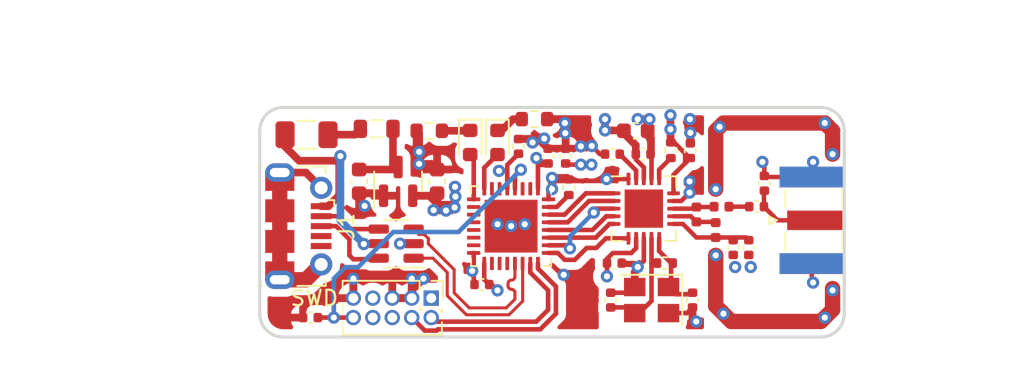
<source format=kicad_pcb>
(kicad_pcb (version 20240108) (generator "pcbnew") (generator_version "8.0")
  (layers (0 "F.Cu" signal) (1 "In1.Cu" power) (2 "In2.Cu" power) (31 "B.Cu" signal) (34 "B.Paste" user) (35 "F.Paste" user) (36 "B.SilkS" user "B.Silkscreen") (37 "F.SilkS" user "F.Silkscreen") (38 "B.Mask" user) (39 "F.Mask" user) (44 "Edge.Cuts" user))
  (net 0 "")
  (net 1 "Net-(C1-Pad1)")
  (net 2 "GND")
  (net 3 "Net-(C2-Pad1)")
  (net 4 "+3V3")
  (net 5 "NRF_XC1")
  (net 6 "NRF_VDD_PA")
  (net 7 "NRF_XC2")
  (net 8 "Net-(C12-Pad1)")
  (net 9 "Net-(C12-Pad2)")
  (net 10 "NRST")
  (net 11 "Net-(D1-Pad1)")
  (net 12 "Net-(D1-Pad2)")
  (net 13 "Net-(D2-Pad1)")
  (net 14 "Net-(D2-Pad2)")
  (net 15 "+5V")
  (net 16 "Net-(F1-Pad2)")
  (net 17 "USB_CONN_D-")
  (net 18 "USB_CONN_D+")
  (net 20 "unconnected-(J1-Pad6)")
  (net 21 "SW_DIO")
  (net 22 "SW_CLK")
  (net 26 "NRF_ANT1")
  (net 27 "Net-(R1-Pad2)")
  (net 28 "Net-(R3-Pad1)")
  (net 29 "NRF_CE")
  (net 30 "SPI_CS")
  (net 31 "SPI_SCK")
  (net 32 "SPI_MOSI")
  (net 33 "SPI_MISO")
  (net 34 "NRF_IRQ")
  (net 35 "USB_D+")
  (net 36 "USB_D-")
  (net 50 "NRF_ANT2")
  (footprint "LED_SMD:LED_0603_1608Metric" (layer "F.Cu") (at 40.894 30.48 -90)
    (property "Reference" "D2")
    (property "Value" "YE")
  )
  (footprint "Capacitor_SMD:C_0402_1005Metric" (layer "F.Cu") (at 39.878 39.751 180)
    (property "Reference" "C16")
    (property "Value" "100nF")
  )
  (footprint "Capacitor_SMD:C_0402_1005Metric" (layer "F.Cu") (at 42.2656 30.734 90)
    (property "Reference" "C15")
    (property "Value" "100nF")
  )
  (footprint "Resistor_SMD:R_0402_1005Metric" (layer "F.Cu") (at 52.1964 30.988 -90)
    (property "Reference" "R1")
    (property "Value" "22k")
  )
  (footprint "Inductor_SMD:L_0402_1005Metric" (layer "F.Cu") (at 53.8634 35.179 90)
    (property "Reference" "L1")
    (property "Value" "8n2")
  )
  (footprint "Crystal:Crystal_SMD_3225-4Pin_3.2x2.5mm" (layer "F.Cu") (at 50.9424 40.767 180)
    (property "Reference" "Y1")
    (property "Value" "16MHz")
  )
  (footprint "Resistor_SMD:R_0603_1608Metric" (layer "F.Cu") (at 36.449 29.718 180)
    (property "Reference" "R4")
    (property "Value" "2k2")
  )
  (footprint "Capacitor_SMD:C_0402_1005Metric" (layer "F.Cu") (at 58.2924 33.147 -90)
    (property "Reference" "C13")
    (property "Value" "1pF")
  )
  (footprint "Resistor_SMD:R_0603_1608Metric" (layer "F.Cu") (at 43.307 28.956)
    (property "Reference" "R5")
    (property "Value" "2k2")
  )
  (footprint "Inductor_SMD:L_0402_1005Metric" (layer "F.Cu") (at 55.4984 34.671)
    (property "Reference" "L2")
    (property "Value" "3n9")
  )
  (footprint "Capacitor_SMD:C_0402_1005Metric" (layer "F.Cu") (at 56.2604 37.338 90)
    (property "Reference" "C11")
    (property "Value" "4p7")
  )
  (footprint "Inductor_SMD:L_0805_2012Metric" (layer "F.Cu") (at 33.02 29.591)
    (property "Reference" "FB1")
    (property "Value" "100 @100MHz")
  )
  (footprint "Connector_Coaxial:SMA_Samtec_SMA-J-P-X-ST-EM1_EdgeMount" (layer "F.Cu") (at 61.3775 35.56 90)
    (property "Reference" "J2")
    (property "Value" "SMA")
  )
  (footprint "Package_DFN_QFN:QFN-20-1EP_4x4mm_P0.5mm_EP2.5x2.5mm" (layer "F.Cu") (at 50.4344 34.798)
    (property "Reference" "U2")
    (property "Value" "nRF24L01P")
  )
  (footprint "LED_SMD:LED_0603_1608Metric" (layer "F.Cu") (at 39.116 30.48 -90)
    (property "Reference" "D1")
    (property "Value" "GR")
  )
  (footprint "Capacitor_SMD:C_0402_1005Metric" (layer "F.Cu") (at 48.2754 40.767 90)
    (property "Reference" "C10")
    (property "Value" "12pF")
  )
  (footprint "Package_TO_SOT_SMD:SOT-23-6" (layer "F.Cu") (at 34.29 37.084 180)
    (property "Reference" "U3")
    (property "Value" "USBLC6-2SC6")
  )
  (footprint "Capacitor_SMD:C_0402_1005Metric" (layer "F.Cu") (at 44.196 31.369 90)
    (property "Reference" "C18")
    (property "Value" "100nF")
  )
  (footprint "Capacitor_SMD:C_0402_1005Metric" (layer "F.Cu") (at 48.5134 38.354)
    (property "Reference" "C7")
    (property "Value" "10nF")
  )
  (footprint "Capacitor_SMD:C_0402_1005Metric" (layer "F.Cu") (at 57.2764 37.338 90)
    (property "Reference" "C9")
    (property "Value" "2n2")
  )
  (footprint "Capacitor_SMD:C_0402_1005Metric" (layer "F.Cu") (at 53.4664 31.016 90)
    (property "Reference" "C6")
    (property "Value" "10nF")
  )
  (footprint "Package_TO_SOT_SMD:SOT-23" (layer "F.Cu") (at 34.417 33.02 90)
    (property "Reference" "U1")
    (property "Value" "XC6206PxxxMR")
  )
  (footprint "Inductor_SMD:L_0402_1005Metric" (layer "F.Cu") (at 55.1174 36.195 -90)
    (property "Reference" "L3")
    (property "Value" "2n7")
  )
  (footprint "Package_DFN_QFN:QFN-32-1EP_5x5mm_P0.5mm_EP3.45x3.45mm" (layer "F.Cu") (at 41.783 35.941 -90)
    (property "Reference" "U4")
    (property "Value" "STM32L432KBU6")
  )
  (footprint "Capacitor_SMD:C_0603_1608Metric" (layer "F.Cu") (at 49.9104 29.718)
    (property "Reference" "C3")
    (property "Value" "10uF")
  )
  (footprint "Resistor_SMD:R_0402_1005Metric" (layer "F.Cu") (at 45.5422 33.401 90)
    (property "Reference" "R3")
    (property "Value" "10k")
  )
  (footprint "Capacitor_SMD:C_0402_1005Metric" (layer "F.Cu") (at 53.6094 40.767 -90)
    (property "Reference" "C8")
    (property "Value" "12pF")
  )
  (footprint "Capacitor_SMD:C_0603_1608Metric" (layer "F.Cu") (at 31.877 33.02 -90)
    (property "Reference" "C2")
    (property "Value" "10uF")
  )
  (footprint "Capacitor_SMD:C_0402_1005Metric" (layer "F.Cu") (at 45.339 31.369 90)
    (property "Reference" "C14")
    (property "Value" "1uF")
  )
  (footprint "Connector_PinHeader_1.27mm:PinHeader_2x05_P1.27mm_Vertical" (layer "F.Cu") (at 36.576 40.64 -90)
    (property "Reference" "J3")
    (property "Value" "ARM 10 Pin")
  )
  (footprint "Fuse:Fuse_1206_3216Metric" (layer "F.Cu") (at 28.448 29.972)
    (property "Reference" "F1")
    (property "Value" "Fuse_Small")
  )
  (footprint "Resistor_SMD:R_0402_1005Metric" (layer "F.Cu") (at 51.8154 38.354 180)
    (property "Reference" "R2")
    (property "Value" "1M")
  )
  (footprint "Capacitor_SMD:C_0402_1005Metric" (layer "F.Cu") (at 28.702 41.91)
    (property "Reference" "C17")
    (property "Value" "100nF")
  )
  (footprint "Capacitor_SMD:C_0402_1005Metric" (layer "F.Cu") (at 50.3904 31.242)
    (property "Reference" "C4")
    (property "Value" "10nF")
  )
  (footprint "Capacitor_SMD:C_0603_1608Metric" (layer "F.Cu") (at 36.957 33.02 90)
    (property "Reference" "C5")
    (property "Value" "10uF")
  )
  (footprint "Capacitor_SMD:C_0402_1005Metric" (layer "F.Cu") (at 57.7844 34.671)
    (property "Reference" "C12")
    (property "Value" "1p5")
  )
  (footprint "Capacitor_SMD:C_0402_1005Metric" (layer "F.Cu") (at 48.3864 31.242 180)
    (property "Reference" "C1")
    (property "Value" "33nF")
  )
  (footprint "Connector_USB:USB_Micro-B_Molex-105017-0001" (layer "F.Cu") (at 27.94 35.941 -90)
    (property "Reference" "J1")
    (property "Value" "USB_B_Micro")
  )
  (gr_line (start 25.4 29.718) (end 25.4 41.656) (stroke (width 0.2)) (layer "Edge.Cuts"))
  (gr_line (start 26.924 43.18) (end 61.976 43.18) (stroke (width 0.2)) (layer "Edge.Cuts"))
  (gr_arc (start 25.4 29.718) (mid 25.846369 28.64037) (end 26.924 28.194) (stroke (width 0.2)) (layer "Edge.Cuts"))
  (gr_line (start 63.5 41.656) (end 63.5 29.718) (stroke (width 0.2)) (layer "Edge.Cuts"))
  (gr_line (start 61.976 28.194) (end 26.924 28.194) (stroke (width 0.2)) (layer "Edge.Cuts"))
  (gr_arc (start 26.924 43.18) (mid 25.846369 42.733631) (end 25.4 41.656) (stroke (width 0.2)) (layer "Edge.Cuts"))
  (gr_arc (start 61.976 28.194) (mid 63.05363 28.640369) (end 63.5 29.718) (stroke (width 0.2)) (layer "Edge.Cuts"))
  (gr_arc (start 63.5 41.656) (mid 63.053631 42.73363) (end 61.976 43.18) (stroke (width 0.2)) (layer "Edge.Cuts"))
  (gr_text "SWD" (at 28.956 40.64 0) (layer "F.SilkS") (effects (font (size 1 1))))
  (segment (start 49.9344 32.31) (end 48.8664 31.242) (width 0.3) (layer "F.Cu") (net 1))
  (segment (start 49.9344 32.8605) (end 49.9344 32.31) (width 0.3) (layer "F.Cu") (net 1))
  (segment (start 35.7886 29.8826) (end 35.624 29.718) (width 0.5) (layer "F.Cu") (net 2))
  (segment (start 62.738 29.718) (end 62.738 31.242) (width 1) (layer "F.Cu") (net 2))
  (segment (start 50.9016 31.2108) (end 50.8704 31.242) (width 0.5) (layer "F.Cu") (net 2))
  (segment (start 44.45 33.274) (end 44.45 32.7914) (width 0.5) (layer "F.Cu") (net 2))
  (segment (start 45.2882 29.845) (end 45.3136 29.8704) (width 0.5) (layer "F.Cu") (net 2))
  (segment (start 55.626 29.21) (end 62.23 29.21) (width 1) (layer "F.Cu") (net 2))
  (segment (start 48.2754 40.287) (end 49.4724 40.287) (width 0.3) (layer "F.Cu") (net 2))
  (segment (start 57.2764 38.4804) (end 57.404 38.608) (width 0.29337) (layer "F.Cu") (net 2))
  (segment (start 36.068 39.37) (end 35.306 39.37) (width 0.5) (layer "F.Cu") (net 2))
  (segment (start 52.3719 34.298) (end 52.8748 34.298) (width 0.3) (layer "F.Cu") (net 2))
  (segment (start 50.6854 29.718) (end 50.6854 29.0706) (width 0.5) (layer "F.Cu") (net 2))
  (segment (start 43.688 30.381) (end 44.196 30.889) (width 0.5) (layer "F.Cu") (net 2))
  (segment (start 28.222 41.374) (end 28.956 40.64) (width 0.3) (layer "F.Cu") (net 2))
  (segment (start 47.5742 31.242) (end 47.0408 30.7086) (width 0.3) (layer "F.Cu") (net 2))
  (segment (start 58.2924 32.667) (end 58.3604 32.735) (width 0.29337) (layer "F.Cu") (net 2))
  (segment (start 61.976 42.164) (end 62.738 41.402) (width 1) (layer "F.Cu") (net 2))
  (segment (start 50.4344 36.7355) (end 50.4344 38.211) (width 0.3) (layer "F.Cu") (net 2))
  (segment (start 49.7834 38.354) (end 50.0374 38.608) (width 0.3) (layer "F.Cu") (net 2))
  (segment (start 55.118 29.718) (end 55.626 29.21) (width 1) (layer "F.Cu") (net 2))
  (segment (start 31.877 33.795) (end 31.877 34.2646) (width 0.5) (layer "F.Cu") (net 2))
  (segment (start 50.9016 30.226) (end 50.9016 31.2108) (width 0.5) (layer "F.Cu") (net 2))
  (segment (start 39.3455 37.691) (end 39.3455 39.6985) (width 0.3) (layer "F.Cu") (net 2))
  (segment (start 48.006 32.8676) (end 49.4273 32.8676) (width 0.3) (layer "F.Cu") (net 2))
  (segment (start 35.306 40.64) (end 35.306 40.132) (width 0.5) (layer "F.Cu") (net 2))
  (segment (start 44.958 28.956) (end 45.2882 29.2862) (width 0.5) (layer "F.Cu") (net 2))
  (segment (start 31.877 33.795) (end 33.3045 33.795) (width 0.5) (layer "F.Cu") (net 2))
  (segment (start 50.038 28.956) (end 50.8 28.956) (width 0.5) (layer "F.Cu") (net 2))
  (segment (start 31.877 34.2646) (end 32.2326 34.6202) (width 0.5) (layer "F.Cu") (net 2))
  (segment (start 50.9344 31.306) (end 50.8704 31.242) (width 0.3) (layer "F.Cu") (net 2))
  (segment (start 42.2656 30.254) (end 42.954 30.254) (width 0.5) (layer "F.Cu") (net 2))
  (segment (start 46.1746 30.889) (end 46.3296 30.734) (width 0.3) (layer "F.Cu") (net 2))
  (segment (start 28.222 41.91) (end 28.222 41.374) (width 0.3) (layer "F.Cu") (net 2))
  (segment (start 45.2882 29.2862) (end 45.2882 29.845) (width 0.5) (layer "F.Cu") (net 2))
  (segment (start 44.45 32.7914) (end 45.4426 32.7914) (width 0.5) (layer "F.Cu") (net 2))
  (segment (start 35.306 40.132) (end 35.306 39.37) (width 0.5) (layer "F.Cu") (net 2))
  (segment (start 49.4724 40.287) (end 49.8424 39.917) (width 0.3) (layer "F.Cu") (net 2))
  (segment (start 44.2205 34.191) (end 44.2205 33.5035) (width 0.3) (layer "F.Cu") (net 2))
  (segment (start 55.118 33.528) (end 55.118 29.718) (width 1) (layer "F.Cu") (net 2))
  (segment (start 52.0424 41.617) (end 53.2394 41.617) (width 0.3) (layer "F.Cu") (net 2))
  (segment (start 55.118 37.846) (end 55.118 41.148) (width 1) (layer "F.Cu") (net 2))
  (segment (start 43.688 30.226) (end 43.688 30.381) (width 0.5) (layer "F.Cu") (net 2))
  (segment (start 62.738 41.402) (end 62.738 40.013511) (width 1) (layer "F.Cu") (net 2))
  (segment (start 58.2924 31.8764) (end 58.166 31.75) (width 0.29337) (layer "F.Cu") (net 2))
  (segment (start 58.2924 32.667) (end 58.2924 31.8764) (width 0.29337) (layer "F.Cu") (net 2))
  (segment (start 50.6854 30.0098) (end 50.9016 30.226) (width 0.5) (layer "F.Cu") (net 2))
  (segment (start 35.7886 31.877) (end 35.7886 31.0896) (width 0.5) (layer "F.Cu") (net 2))
  (segment (start 58.1374 32.512) (end 58.2924 32.667) (width 0.29337) (layer "F.Cu") (net 2))
  (segment (start 56.388 38.608) (end 56.134 38.608) (width 0.29337) (layer "F.Cu") (net 2))
  (segment (start 36.589 31.877) (end 36.957 32.245) (width 0.5) (layer "F.Cu") (net 2))
  (segment (start 42.954 30.254) (end 43.18 30.48) (width 0.5) (layer "F.Cu") (net 2))
  (segment (start 58.3604 32.735) (end 61.3775 32.735) (width 0.29337) (layer "F.Cu") (net 2))
  (segment (start 55.118 41.148) (end 56.134 42.164) (width 1) (layer "F.Cu") (net 2))
  (segment (start 61.468 32.6445) (end 61.468 31.75) (width 0.29337) (layer "F.Cu") (net 2))
  (segment (start 56.134 42.164) (end 61.976 42.164) (width 1) (layer "F.Cu") (net 2))
  (segment (start 61.3775 32.735) (end 61.468 32.6445) (width 0.29337) (layer "F.Cu") (net 2))
  (segment (start 45.4426 32.7914) (end 45.5422 32.891) (width 0.5) (layer "F.Cu") (net 2))
  (segment (start 34.544 37.084) (end 35.4275 37.084) (width 0.5) (layer "F.Cu") (net 2))
  (segment (start 61.3775 38.385) (end 61.3775 39.5335) (width 0.29337) (layer "F.Cu") (net 2))
  (segment (start 50.4344 38.211) (end 50.0374 38.608) (width 0.3) (layer "F.Cu") (net 2))
  (segment (start 50.9344 32.8605) (end 50.9344 31.306) (width 0.3) (layer "F.Cu") (net 2))
  (segment (start 50.6854 29.0706) (end 50.8 28.956) (width 0.5) (layer "F.Cu") (net 2))
  (segment (start 33.3045 33.795) (end 33.467 33.9575) (width 0.5) (layer "F.Cu") (net 2))
  (segment (start 44.2205 33.5035) (end 44.45 33.274) (width 0.3) (layer "F.Cu") (net 2))
  (segment (start 49.4273 32.8676) (end 49.4344 32.8605) (width 0.3) (layer "F.Cu") (net 2))
  (segment (start 53.2394 41.617) (end 53.6094 41.247) (width 0.3) (layer "F.Cu") (net 2))
  (segment (start 62.23 29.21) (end 62.738 29.718) (width 1) (layer "F.Cu") (net 2))
  (segment (start 45.339 30.889) (end 46.1746 30.889) (width 0.3) (layer "F.Cu") (net 2))
  (segment (start 39.3455 39.6985) (end 39.398 39.751) (width 0.3) (layer "F.Cu") (net 2))
  (segment (start 53.4664 30.536) (end 53.4664 29.1332) (width 0.5) (layer "F.Cu") (net 2))
  (segment (start 35.7886 31.0896) (end 35.7886 29.8826) (width 0.5) (layer "F.Cu") (net 2))
  (segment (start 52.8748 34.298) (end 53.4162 33.7566) (width 0.3) (layer "F.Cu") (net 2))
  (segment (start 47.9064 31.242) (end 47.5742 31.242) (width 0.3) (layer "F.Cu") (net 2))
  (segment (start 28.956 40.64) (end 31.496 40.64) (width 0.3) (layer "F.Cu") (net 2))
  (segment (start 35.7886 31.877) (end 36.589 31.877) (width 0.5) (layer "F.Cu") (net 2))
  (segment (start 53.4162 33.7566) (end 53.4162 33.02) (width 0.3) (layer "F.Cu") (net 2))
  (segment (start 31.496 40.64) (end 31.496 39.37) (width 0.5) (layer "F.Cu") (net 2))
  (segment (start 61.3775 39.5335) (end 61.468 39.624) (width 0.29337) (layer "F.Cu") (net 2))
  (segment (start 36.068 39.37) (end 35.306 40.132) (width 0.5) (layer "F.Cu") (net 2))
  (segment (start 48.9934 38.354) (end 49.7834 38.354) (width 0.3) (layer "F.Cu") (net 2))
  (segment (start 34.036 40.64) (end 35.306 40.64) (width 0.5) (layer "F.Cu") (net 2))
  (segment (start 53.4664 29.1332) (end 53.4416 29.1084) (width 0.5) (layer "F.Cu") (net 2))
  (segment (start 44.132 28.956) (end 44.958 28.956) (width 0.5) (layer "F.Cu") (net 2))
  (segment (start 50.6854 29.718) (end 50.6854 30.0098) (width 0.5) (layer "F.Cu") (net 2))
  (via (at 43.942 30.226) (size 0.8) (drill 0.4) (layers "F.Cu" "B.Cu") (net 2))
  (via (at 32.2326 34.6202) (size 0.8) (drill 0.4) (layers "F.Cu" "B.Cu") (net 2))
  (via (at 31.496 39.37) (size 0.8) (drill 0.4) (layers "F.Cu" "B.Cu") (net 2))
  (via (at 45.3136 29.8704) (size 0.8) (drill 0.4) (layers "F.Cu" "B.Cu") (net 2))
  (via (at 58.166 31.75) (size 0.8) (drill 0.4) (layers "F.Cu" "B.Cu") (net 2))
  (via (at 46.3296 30.734) (size 0.8) (drill 0.4) (layers "F.Cu" "B.Cu") (net 2))
  (via (at 62.738 40.132) (size 0.8) (drill 0.4) (layers "F.Cu" "B.Cu") (net 2))
  (via (at 53.4162 33.7566) (size 0.8) (drill 0.4) (layers "F.Cu" "B.Cu") (net 2))
  (via (at 44.45 33.528) (size 0.8) (drill 0.4) (layers "F.Cu" "B.Cu") (net 2))
  (via (at 34.544 37.084) (size 0.8) (drill 0.4) (layers "F.Cu" "B.Cu") (net 2))
  (via (at 62.23 41.91) (size 0.8) (drill 0.4) (layers "F.Cu" "B.Cu") (net 2))
  (via (at 48.006 32.8676) (size 0.8) (drill 0.4) (layers "F.Cu" "B.Cu") (net 2))
  (via (at 62.23 29.21) (size 0.8) (drill 0.4) (layers "F.Cu" "B.Cu") (net 2))
  (via (at 40.894 35.814) (size 0.8) (drill 0.4) (layers "F.Cu" "B.Cu") (net 2))
  (via (at 50.038 28.956) (size 0.8) (drill 0.4) (layers "F.Cu" "B.Cu") (net 2))
  (via (at 39.243 38.862) (size 0.8) (drill 0.4) (layers "F.Cu" "B.Cu") (net 2))
  (via (at 35.7886 31.877) (size 0.8) (drill 0.4) (layers "F.Cu" "B.Cu") (net 2))
  (via (at 50.0374 38.608) (size 0.8) (drill 0.4) (layers "F.Cu" "B.Cu") (net 2))
  (via (at 35.306 39.37) (size 0.8) (drill 0.4) (layers "F.Cu" "B.Cu") (net 2))
  (via (at 47.0408 30.7086) (size 0.8) (drill 0.4) (layers "F.Cu" "B.Cu") (net 2))
  (via (at 44.45 32.7914) (size 0.8) (drill 0.4) (layers "F.Cu" "B.Cu") (net 2))
  (via (at 61.468 39.624) (size 0.8) (drill 0.4) (layers "F.Cu" "B.Cu") (net 2))
  (via (at 53.467 29.845) (size 0.8) (drill 0.4) (layers "F.Cu" "B.Cu") (net 2))
  (via (at 55.626 41.656) (size 0.8) (drill 0.4) (layers "F.Cu" "B.Cu") (net 2))
  (via (at 43.18 30.48) (size 0.8) (drill 0.4) (layers "F.Cu" "B.Cu") (net 2))
  (via (at 53.4162 33.02) (size 0.8) (drill 0.4) (layers "F.Cu" "B.Cu") (net 2))
  (via (at 57.404 38.608) (size 0.8) (drill 0.4) (layers "F.Cu" "B.Cu") (net 2))
  (via (at 50.8 28.956) (size 0.8) (drill 0.4) (layers "F.Cu" "B.Cu") (net 2))
  (via (at 61.468 31.75) (size 0.8) (drill 0.4) (layers "F.Cu" "B.Cu") (net 2))
  (via (at 35.7886 31.0896) (size 0.8) (drill 0.4) (layers "F.Cu" "B.Cu") (net 2))
  (via (at 55.372 29.464) (size 0.8) (drill 0.4) (layers "F.Cu" "B.Cu") (net 2))
  (via (at 45.2882 29.21) (size 0.8) (drill 0.4) (layers "F.Cu" "B.Cu") (net 2))
  (via (at 62.738 31.242) (size 0.8) (drill 0.4) (layers "F.Cu" "B.Cu") (net 2))
  (via (at 55.118 37.846) (size 0.8) (drill 0.4) (layers "F.Cu" "B.Cu") (net 2))
  (via (at 42.672 35.814) (size 0.8) (drill 0.4) (layers "F.Cu" "B.Cu") (net 2))
  (via (at 55.118 33.528) (size 0.8) (drill 0.4) (layers "F.Cu" "B.Cu") (net 2))
  (via (at 56.388 38.608) (size 0.8) (drill 0.4) (layers "F.Cu" "B.Cu") (net 2))
  (via (at 53.848 42.164) (size 0.8) (drill 0.4) (layers "F.Cu" "B.Cu") (net 2))
  (via (at 53.4416 28.956) (size 0.8) (drill 0.4) (layers "F.Cu" "B.Cu") (net 2))
  (via (at 45.212 39.116) (size 0.8) (drill 0.4) (layers "F.Cu" "B.Cu") (net 2))
  (via (at 41.783 35.941) (size 0.8) (drill 0.4) (layers "F.Cu" "B.Cu") (net 2))
  (via (at 36.068 39.37) (size 0.8) (drill 0.4) (layers "F.Cu" "B.Cu") (net 2))
  (segment (start 34.2545 32.245) (end 34.417 32.0825) (width 0.5) (layer "F.Cu") (net 3))
  (segment (start 34.0825 31.748) (end 34.417 32.0825) (width 0.5) (layer "F.Cu") (net 3))
  (segment (start 34.0825 31.748) (end 34.0825 32.1353) (width 0.5) (layer "F.Cu") (net 3))
  (segment (start 33.9728 32.245) (end 34.2545 32.245) (width 0.5) (layer "F.Cu") (net 3))
  (segment (start 34.0825 32.1353) (end 33.9728 32.245) (width 0.5) (layer "F.Cu") (net 3))
  (segment (start 34.0825 29.591) (end 34.0825 31.748) (width 0.5) (layer "F.Cu") (net 3))
  (segment (start 31.877 32.245) (end 33.9728 32.245) (width 0.5) (layer "F.Cu") (net 3))
  (segment (start 35.367 33.9575) (end 36.7945 33.9575) (width 0.5) (layer "F.Cu") (net 4))
  (segment (start 36.957 34.671) (end 36.957 34.4678) (width 0.5) (layer "F.Cu") (net 4))
  (segment (start 47.0154 31.9278) (end 46.3296 31.9278) (width 0.3) (layer "F.Cu") (net 4))
  (segment (start 53.424115 31.496) (end 53.4664 31.496) (width 0.3) (layer "F.Cu") (net 4))
  (segment (start 49.9104 31.242) (end 49.9104 31.579572) (width 0.3) (layer "F.Cu") (net 4))
  (segment (start 37.9222 34.544) (end 37.5412 34.925) (width 0.5) (layer "F.Cu") (net 4))
  (segment (start 52.406115 30.478) (end 53.128058 31.199942) (width 0.3) (layer "F.Cu") (net 4))
  (segment (start 35.367 33.9575) (end 36.4467 33.9575) (width 0.5) (layer "F.Cu") (net 4))
  (segment (start 40.033 39.426) (end 40.358 39.751) (width 0.3) (layer "F.Cu") (net 4))
  (segment (start 43.533 31.595) (end 43.434 31.496) (width 0.3) (layer "F.Cu") (net 4))
  (segment (start 37.084 34.544) (end 37.9222 34.544) (width 0.5) (layer "F.Cu") (net 4))
  (segment (start 36.957 34.4678) (end 37.084 34.4678) (width 0.5) (layer "F.Cu") (net 4))
  (segment (start 41.533 33.5035) (end 41.533 31.9466) (width 0.3) (layer "F.Cu") (net 4))
  (segment (start 43.533 33.5035) (end 43.533 31.595) (width 0.3) (layer "F.Cu") (net 4))
  (segment (start 47.9044 29.6926) (end 49.11 29.6926) (width 0.5) (layer "F.Cu") (net 4))
  (segment (start 49.9344 37.376263) (end 49.616183 37.69448) (width 0.3) (layer "F.Cu") (net 4))
  (segment (start 49.9344 36.7355) (end 49.9344 37.376263) (width 0.3) (layer "F.Cu") (net 4))
  (segment (start 46.3296 31.9278) (end 45.4178 31.9278) (width 0.3) (layer "F.Cu") (net 4))
  (segment (start 48.41092 37.69448) (end 48.0054 38.1) (width 0.3) (layer "F.Cu") (net 4))
  (segment (start 50.4344 32.103572) (end 50.4344 32.8605) (width 0.3) (layer "F.Cu") (net 4))
  (segment (start 38.1 34.7218) (end 38.1 33.401) (width 0.5) (layer "F.Cu") (net 4))
  (segment (start 52.1964 30.478) (end 52.406115 30.478) (width 0.3) (layer "F.Cu") (net 4))
  (segment (start 52.1716 28.956) (end 52.1716 29.6164) (width 0.5) (layer "F.Cu") (net 4))
  (segment (start 38.1254 33.3756) (end 38.1254 34.3408) (width 0.5) (layer "F.Cu") (net 4))
  (segment (start 48.0314 38.356) (end 48.0334 38.354) (width 0.3) (layer "F.Cu") (net 4))
  (segment (start 49.9104 31.579572) (end 50.4344 32.103572) (width 0.3) (layer "F.Cu") (net 4))
  (segment (start 37.9222 34.8996) (end 38.1 34.7218) (width 0.5) (layer "F.Cu") (net 4))
  (segment (start 42.226155 31.214) (end 42.2656 31.214) (width 0.3) (layer "F.Cu") (net 4))
  (segment (start 40.358 39.751) (end 40.513 39.751) (width 0.3) (layer "F.Cu") (net 4))
  (segment (start 53.1492 31.8132) (end 53.4664 31.496) (width 0.3) (layer "F.Cu") (net 4))
  (segment (start 47.9044 29.1084) (end 47.9044 29.6926) (width 0.5) (layer "F.Cu") (net 4))
  (segment (start 49.9104 30.6572) (end 49.9104 31.242) (width 0.5) (layer "F.Cu") (net 4))
  (segment (start 36.7284 34.8996) (end 37.084 34.544) (width 0.5) (layer "F.Cu") (net 4))
  (segment (start 36.957 33.795) (end 36.957 34.4678) (width 0.5) (layer "F.Cu") (net 4))
  (segment (start 36.7284 34.8996) (end 37.9222 34.8996) (width 0.5) (layer "F.Cu") (net 4))
  (segment (start 49.1354 29.8822) (end 49.9104 30.6572) (width 0.5) (layer "F.Cu") (net 4))
  (segment (start 40.9956 32.3342) (end 41.4862 32.3342) (width 0.3) (layer "F.Cu") (net 4))
  (segment (start 52.3719 32.5905) (end 53.1492 31.8132) (width 0.3) (layer "F.Cu") (net 4))
  (segment (start 41.533 33.5035) (end 41.533 32.381) (width 0.3) (layer "F.Cu") (net 4))
  (segment (start 40.513 39.751) (end 40.894 40.132) (width 0.3) (layer "F.Cu") (net 4))
  (segment (start 40.033 38.3785) (end 40.033 39.426) (width 0.3) (layer "F.Cu") (net 4))
  (segment (start 36.7284 34.8996) (end 36.957 34.671) (width 0.5) (layer "F.Cu") (net 4))
  (segment (start 53.128058 31.199942) (end 53.424115 31.496) (width 0.3) (layer "F.Cu") (net 4))
  (segment (start 37.084 34.4678) (end 37.5412 34.925) (width 0.5) (layer "F.Cu") (net 4))
  (segment (start 37.5158 34.8996) (end 37.5412 34.925) (width 0.5) (layer "F.Cu") (net 4))
  (segment (start 36.7284 34.8996) (end 37.5158 34.8996) (width 0.5) (layer "F.Cu") (net 4))
  (segment (start 45.4178 31.9278) (end 45.339 31.849) (width 0.3) (layer "F.Cu") (net 4))
  (segment (start 48.0314 39.2176) (end 48.0314 38.356) (width 0.3) (layer "F.Cu") (net 4))
  (segment (start 38.1254 34.3408) (end 37.9222 34.544) (width 0.5) (layer "F.Cu") (net 4))
  (segment (start 53.128058 31.199942) (end 53.128058 31.792058) (width 0.3) (layer "F.Cu") (net 4))
  (segment (start 41.533 31.9466) (end 42.2656 31.214) (width 0.3) (layer "F.Cu") (net 4))
  (segment (start 43.434 31.496) (end 43.787 31.849) (width 0.5) (layer "F.Cu") (net 4))
  (segment (start 52.3719 33.798) (end 52.3719 32.5905) (width 0.3) (layer "F.Cu") (net 4))
  (segment (start 49.616183 37.69448) (end 48.41092 37.69448) (width 0.3) (layer "F.Cu") (net 4))
  (segment (start 36.4467 33.9575) (end 36.957 34.4678) (width 0.5) (layer "F.Cu") (net 4))
  (segment (start 36.7945 33.9575) (end 36.957 33.795) (width 0.5) (layer "F.Cu") (net 4))
  (segment (start 38.1 33.401) (end 38.1254 33.3756) (width 0.5) (layer "F.Cu") (net 4))
  (segment (start 49.1354 29.718) (end 49.1354 29.8822) (width 0.5) (layer "F.Cu") (net 4))
  (segment (start 41.4862 32.3342) (end 41.533 32.381) (width 0.3) (layer "F.Cu") (net 4))
  (segment (start 49.11 29.6926) (end 49.1354 29.718) (width 0.5) (layer "F.Cu") (net 4))
  (segment (start 53.128058 31.792058) (end 53.1492 31.8132) (width 0.3) (layer "F.Cu") (net 4))
  (segment (start 44.097 31.849) (end 44.196 31.849) (width 0.3) (layer "F.Cu") (net 4))
  (segment (start 52.1716 29.6164) (end 52.1716 30.4532) (width 0.5) (layer "F.Cu") (net 4))
  (segment (start 43.787 31.849) (end 44.196 31.849) (width 0.5) (layer "F.Cu") (net 4))
  (via (at 40.9956 32.3342) (size 0.8) (drill 0.4) (layers "F.Cu" "B.Cu") (net 4))
  (via (at 43.434 31.496) (size 0.8) (drill 0.4) (layers "F.Cu" "B.Cu") (net 4))
  (via (at 47.9044 28.956) (size 0.8) (drill 0.4) (layers "F.Cu" "B.Cu") (net 4))
  (via (at 36.7284 34.8996) (size 0.8) (drill 0.4) (layers "F.Cu" "B.Cu") (net 4))
  (via (at 37.5412 34.925) (size 0.8) (drill 0.4) (layers "F.Cu" "B.Cu") (net 4))
  (via (at 47.9044 29.6926) (size 0.8) (drill 0.4) (layers "F.Cu" "B.Cu") (net 4))
  (via (at 46.3296 31.9278) (size 0.8) (drill 0.4) (layers "F.Cu" "B.Cu") (net 4))
  (via (at 38.1254 33.3756) (size 0.8) (drill 0.4) (layers "F.Cu" "B.Cu") (net 4))
  (via (at 52.1716 29.6164) (size 0.8) (drill 0.4) (layers "F.Cu" "B.Cu") (net 4))
  (via (at 48.0314 39.2176) (size 0.8) (drill 0.4) (layers "F.Cu" "B.Cu") (net 4))
  (via (at 47.0154 31.9278) (size 0.8) (drill 0.4) (layers "F.Cu" "B.Cu") (net 4))
  (via (at 38.1 34.7218) (size 0.8) (drill 0.4) (layers "F.Cu" "B.Cu") (net 4))
  (via (at 52.1716 28.702) (size 0.8) (drill 0.4) (layers "F.Cu" "B.Cu") (net 4))
  (via (at 40.894 40.132) (size 0.8) (drill 0.4) (layers "F.Cu" "B.Cu") (net 4))
  (via (at 38.1508 34.0106) (size 0.8) (drill 0.4) (layers "F.Cu" "B.Cu") (net 4))
  (segment (start 52.2144 38.354) (end 52.2144 39.745) (width 0.3) (layer "F.Cu") (net 5))
  (segment (start 52.0424 39.917) (end 52.5114 40.386) (width 0.3) (layer "F.Cu") (net 5))
  (segment (start 51.4344 37.574) (end 52.2144 38.354) (width 0.3) (layer "F.Cu") (net 5))
  (segment (start 52.2144 39.745) (end 52.0424 39.917) (width 0.3) (layer "F.Cu") (net 5))
  (segment (start 52.5114 40.386) (end 53.5104 40.386) (width 0.3) (layer "F.Cu") (net 5))
  (segment (start 51.4344 36.7355) (end 51.4344 37.574) (width 0.3) (layer "F.Cu") (net 5))
  (segment (start 53.5104 40.386) (end 53.6094 40.287) (width 0.3) (layer "F.Cu") (net 5))
  (segment (start 53.861196 36.68) (end 55.1174 36.68) (width 0.29337) (layer "F.Cu") (net 6))
  (segment (start 55.1174 36.68) (end 57.0984 36.68) (width 0.29337) (layer "F.Cu") (net 6))
  (segment (start 52.3719 35.798) (end 52.979196 35.798) (width 0.29337) (layer "F.Cu") (net 6))
  (segment (start 52.979196 35.798) (end 53.861196 36.68) (width 0.29337) (layer "F.Cu") (net 6))
  (segment (start 57.0984 36.68) (end 57.2764 36.858) (width 0.29337) (layer "F.Cu") (net 6))
  (segment (start 48.2754 41.247) (end 49.4724 41.247) (width 0.3) (layer "F.Cu") (net 7))
  (segment (start 50.9344 38.362) (end 51.2974 38.362) (width 0.3) (layer "F.Cu") (net 7))
  (segment (start 51.2974 38.362) (end 51.3054 38.354) (width 0.3) (layer "F.Cu") (net 7))
  (segment (start 49.4724 41.247) (end 49.8424 41.617) (width 0.3) (layer "F.Cu") (net 7))
  (segment (start 50.141422 41.617) (end 49.8424 41.617) (width 0.3) (layer "F.Cu") (net 7))
  (segment (start 50.9344 38.362) (end 50.9344 40.824022) (width 0.3) (layer "F.Cu") (net 7))
  (segment (start 50.9344 40.824022) (end 50.141422 41.617) (width 0.3) (layer "F.Cu") (net 7))
  (segment (start 50.9344 36.7355) (end 50.9344 38.362) (width 0.3) (layer "F.Cu") (net 7))
  (segment (start 55.9834 34.671) (end 57.3044 34.671) (width 0.29337) (layer "F.Cu") (net 8))
  (segment (start 58.2644 33.655) (end 58.2924 33.627) (width 0.29337) (layer "F.Cu") (net 9))
  (segment (start 58.2644 34.671) (end 59.1534 35.56) (width 0.29337) (layer "F.Cu") (net 9))
  (segment (start 59.1534 35.56) (end 61.5775 35.56) (width 0.29337) (layer "F.Cu") (net 9))
  (segment (start 58.2644 34.671) (end 58.2644 33.655) (width 0.29337) (layer "F.Cu") (net 9))
  (segment (start 42.033 32.643) (end 42.418 32.258) (width 0.3) (layer "F.Cu") (net 10))
  (segment (start 29.182 41.91) (end 30.226 41.91) (width 0.3) (layer "F.Cu") (net 10))
  (segment (start 42.033 33.5035) (end 42.033 32.643) (width 0.3) (layer "F.Cu") (net 10))
  (segment (start 30.226 41.91) (end 31.496 41.91) (width 0.3) (layer "F.Cu") (net 10))
  (via (at 30.226 41.91) (size 0.8) (drill 0.4) (layers "F.Cu" "B.Cu") (net 10))
  (via (at 42.418 32.258) (size 0.8) (drill 0.4) (layers "F.Cu" "B.Cu") (net 10))
  (segment (start 42.418 32.258) (end 38.354 36.322) (width 0.3) (layer "B.Cu") (net 10))
  (segment (start 30.226 39.37) (end 30.226 41.91) (width 0.3) (layer "B.Cu") (net 10))
  (segment (start 34.104948 36.322) (end 31.806459 38.620489) (width 0.3) (layer "B.Cu") (net 10))
  (segment (start 31.806459 38.620489) (end 30.975511 38.620489) (width 0.3) (layer "B.Cu") (net 10))
  (segment (start 30.975511 38.620489) (end 30.226 39.37) (width 0.3) (layer "B.Cu") (net 10))
  (segment (start 38.354 36.322) (end 34.104948 36.322) (width 0.3) (layer "B.Cu") (net 10))
  (segment (start 39.0905 29.718) (end 39.116 29.6925) (width 0.5) (layer "F.Cu") (net 11))
  (segment (start 37.274 29.718) (end 39.0905 29.718) (width 0.5) (layer "F.Cu") (net 11))
  (segment (start 39.3455 34.191) (end 39.3455 31.497) (width 0.3) (layer "F.Cu") (net 12))
  (segment (start 39.3455 31.497) (end 39.116 31.2675) (width 0.3) (layer "F.Cu") (net 12))
  (segment (start 40.894 29.6925) (end 41.1735 29.6925) (width 0.5) (layer "F.Cu") (net 13))
  (segment (start 41.91 28.956) (end 42.482 28.956) (width 0.5) (layer "F.Cu") (net 13))
  (segment (start 41.1735 29.6925) (end 41.91 28.956) (width 0.5) (layer "F.Cu") (net 13))
  (segment (start 40.033 32.1285) (end 40.894 31.2675) (width 0.3) (layer "F.Cu") (net 14))
  (segment (start 40.033 33.5035) (end 40.033 32.1285) (width 0.3) (layer "F.Cu") (net 14))
  (segment (start 30.577011 31.449789) (end 30.577011 33.927499) (width 0.5) (layer "F.Cu") (net 15))
  (segment (start 30.577011 33.927499) (end 29.86351 34.641) (width 0.5) (layer "F.Cu") (net 15))
  (segment (start 27.9654 31.6738) (end 27.048 30.7564) (width 0.5) (layer "F.Cu") (net 15))
  (segment (start 30.6578 31.369) (end 30.353 31.6738) (width 0.5) (layer "F.Cu") (net 15))
  (segment (start 30.353 31.6738) (end 27.9654 31.6738) (width 0.5) (layer "F.Cu") (net 15))
  (segment (start 30.6578 31.369) (end 30.577011 31.449789) (width 0.5) (layer "F.Cu") (net 15))
  (segment (start 32.1818 37.1094) (end 33.1271 37.1094) (width 0.5) (layer "F.Cu") (net 15))
  (segment (start 29.86351 34.641) (end 29.4025 34.641) (width 0.5) (layer "F.Cu") (net 15))
  (segment (start 27.048 30.7564) (end 27.048 29.972) (width 0.5) (layer "F.Cu") (net 15))
  (segment (start 33.1271 37.1094) (end 33.1525 37.084) (width 0.5) (layer "F.Cu") (net 15))
  (via (at 32.1818 37.1094) (size 0.8) (drill 0.4) (layers "F.Cu" "B.Cu") (net 15))
  (via (at 30.6578 31.369) (size 0.8) (drill 0.4) (layers "F.Cu" "B.Cu") (net 15))
  (segment (start 32.1818 37.1094) (end 30.6578 35.5854) (width 0.5) (layer "B.Cu") (net 15))
  (segment (start 30.6578 35.5854) (end 30.6578 31.369) (width 0.5) (layer "B.Cu") (net 15))
  (segment (start 31.5765 29.972) (end 31.9575 29.591) (width 0.5) (layer "F.Cu") (net 16))
  (segment (start 29.848 29.972) (end 31.5765 29.972) (width 0.5) (layer "F.Cu") (net 16))
  (segment (start 29.4025 35.291) (end 30.465 35.291) (width 0.3) (layer "F.Cu") (net 17))
  (segment (start 31.308 36.134) (end 33.1525 36.134) (width 0.3) (layer "F.Cu") (net 17))
  (segment (start 30.465 35.291) (end 31.308 36.134) (width 0.3) (layer "F.Cu") (net 17))
  (segment (start 31.242 36.8055) (end 31.242 37.846) (width 0.3) (layer "F.Cu") (net 18))
  (segment (start 29.4025 35.941) (end 30.3775 35.941) (width 0.3) (layer "F.Cu") (net 18))
  (segment (start 33.0865 38.1) (end 33.1525 38.034) (width 0.3) (layer "F.Cu") (net 18))
  (segment (start 30.3775 35.941) (end 31.242 36.8055) (width 0.3) (layer "F.Cu") (net 18))
  (segment (start 31.496 38.1) (end 33.0865 38.1) (width 0.3) (layer "F.Cu") (net 18))
  (segment (start 31.242 37.846) (end 31.496 38.1) (width 0.3) (layer "F.Cu") (net 18))
  (segment (start 28.4025 32.441) (end 29.4025 33.441) (width 0.5) (layer "F.Cu") (net 20))
  (segment (start 26.7025 32.441) (end 28.4025 32.441) (width 0.5) (layer "F.Cu") (net 20))
  (segment (start 28.4025 39.441) (end 29.4025 38.441) (width 1) (layer "F.Cu") (net 20))
  (segment (start 26.7025 32.441) (end 26.7025 39.441) (width 1) (layer "F.Cu") (net 20))
  (segment (start 26.7025 39.441) (end 28.4025 39.441) (width 1) (layer "F.Cu") (net 20))
  (segment (start 36.842527 42.176527) (end 36.576 41.91) (width 0.3) (layer "F.Cu") (net 21))
  (segment (start 43.033 38.969) (end 44.196 40.132) (width 0.3) (layer "F.Cu") (net 21))
  (segment (start 43.033 38.3785) (end 43.033 38.969) (width 0.3) (layer "F.Cu") (net 21))
  (segment (start 44.196 40.132) (end 44.196 41.402) (width 0.3) (layer "F.Cu") (net 21))
  (segment (start 44.196 41.402) (end 43.421473 42.176527) (width 0.3) (layer "F.Cu") (net 21))
  (segment (start 43.421473 42.176527) (end 36.842527 42.176527) (width 0.3) (layer "F.Cu") (net 21))
  (segment (start 44.704 39.878) (end 43.533 38.707) (width 0.3) (layer "F.Cu") (net 22))
  (segment (start 43.683953 42.676047) (end 44.704 41.656) (width 0.3) (layer "F.Cu") (net 22))
  (segment (start 36.155511 42.759511) (end 36.92788 42.759511) (width 0.3) (layer "F.Cu") (net 22))
  (segment (start 44.704 41.656) (end 44.704 39.878) (width 0.3) (layer "F.Cu") (net 22))
  (segment (start 36.92788 42.759511) (end 37.011344 42.676047) (width 0.3) (layer "F.Cu") (net 22))
  (segment (start 43.533 38.707) (end 43.533 38.3785) (width 0.3) (layer "F.Cu") (net 22))
  (segment (start 35.306 41.91) (end 36.155511 42.759511) (width 0.3) (layer "F.Cu") (net 22))
  (segment (start 37.011344 42.676047) (end 43.683953 42.676047) (width 0.3) (layer "F.Cu") (net 22))
  (segment (start 53.4974 35.298) (end 53.8634 35.664) (width 0.29337) (layer "F.Cu") (net 26))
  (segment (start 52.3719 35.298) (end 53.4974 35.298) (width 0.29337) (layer "F.Cu") (net 26))
  (segment (start 55.0714 35.664) (end 55.1174 35.71) (width 0.29337) (layer "F.Cu") (net 26))
  (segment (start 53.8634 35.664) (end 55.0714 35.664) (width 0.29337) (layer "F.Cu") (net 26))
  (segment (start 51.4344 32.26) (end 52.1964 31.498) (width 0.3) (layer "F.Cu") (net 27))
  (segment (start 51.4344 32.8605) (end 51.4344 32.26) (width 0.3) (layer "F.Cu") (net 27))
  (segment (start 44.2205 34.691) (end 44.7622 34.691) (width 0.3) (layer "F.Cu") (net 28))
  (segment (start 44.7622 34.691) (end 45.5422 33.911) (width 0.3) (layer "F.Cu") (net 28))
  (segment (start 45.267414 35.191) (end 46.660414 33.798) (width 0.3) (layer "F.Cu") (net 29))
  (segment (start 44.2205 35.191) (end 45.267414 35.191) (width 0.3) (layer "F.Cu") (net 29))
  (segment (start 46.660414 33.798) (end 48.4969 33.798) (width 0.3) (layer "F.Cu") (net 29))
  (segment (start 45.473841 35.691) (end 46.866841 34.298) (width 0.3) (layer "F.Cu") (net 30))
  (segment (start 44.2205 35.691) (end 45.473841 35.691) (width 0.3) (layer "F.Cu") (net 30))
  (segment (start 46.866841 34.298) (end 48.4969 34.298) (width 0.3) (layer "F.Cu") (net 30))
  (segment (start 45.4206 37.191) (end 45.6184 37.3888) (width 0.3) (layer "F.Cu") (net 31))
  (segment (start 44.2205 37.191) (end 45.4206 37.191) (width 0.3) (layer "F.Cu") (net 31))
  (segment (start 47.2948 34.798) (end 48.4969 34.798) (width 0.3) (layer "F.Cu") (net 31))
  (segment (start 47.172548 34.920252) (end 47.2948 34.798) (width 0.3) (layer "F.Cu") (net 31))
  (segment (start 47.172548 35.052248) (end 47.172548 34.920252) (width 0.3) (layer "F.Cu") (net 31))
  (via (at 47.172548 35.052248) (size 0.8) (drill 0.4) (layers "F.Cu" "B.Cu") (net 31))
  (via (at 45.6184 37.3888) (size 0.8) (drill 0.4) (layers "F.Cu" "B.Cu") (net 31))
  (segment (start 45.6184 36.606396) (end 47.172548 35.052248) (width 0.3) (layer "B.Cu") (net 31))
  (segment (start 45.6184 37.3888) (end 45.6184 36.606396) (width 0.3) (layer "B.Cu") (net 31))
  (segment (start 47.093766 36.191) (end 47.986766 35.298) (width 0.3) (layer "F.Cu") (net 32))
  (segment (start 44.2205 36.191) (end 47.093766 36.191) (width 0.3) (layer "F.Cu") (net 32))
  (segment (start 47.986766 35.298) (end 48.4969 35.298) (width 0.3) (layer "F.Cu") (net 32))
  (segment (start 48.193194 35.798) (end 48.4969 35.798) (width 0.3) (layer "F.Cu") (net 33))
  (segment (start 44.2205 36.691) (end 47.300193 36.691) (width 0.3) (layer "F.Cu") (net 33))
  (segment (start 47.300193 36.691) (end 48.193194 35.798) (width 0.3) (layer "F.Cu") (net 33))
  (segment (start 46.7106 37.3634) (end 47.33422 37.3634) (width 0.3) (layer "F.Cu") (net 34))
  (segment (start 47.33422 37.3634) (end 47.96212 36.7355) (width 0.3) (layer "F.Cu") (net 34))
  (segment (start 45.935689 38.138311) (end 46.7106 37.3634) (width 0.3) (layer "F.Cu") (net 34))
  (segment (start 44.8284 37.691) (end 45.275711 38.138311) (width 0.3) (layer "F.Cu") (net 34))
  (segment (start 47.96212 36.7355) (end 49.4344 36.7355) (width 0.3) (layer "F.Cu") (net 34))
  (segment (start 44.2205 37.691) (end 44.8284 37.691) (width 0.3) (layer "F.Cu") (net 34))
  (segment (start 45.275711 38.138311) (end 45.935689 38.138311) (width 0.3) (layer "F.Cu") (net 34))
  (segment (start 36.691103 38.034) (end 35.4275 38.034) (width 0.2) (layer "F.Cu") (net 35))
  (segment (start 37.621 38.963897) (end 36.691103 38.034) (width 0.2) (layer "F.Cu") (net 35))
  (segment (start 42.533 40.8432) (end 41.649193 41.727007) (width 0.2) (layer "F.Cu") (net 35))
  (segment (start 41.649193 41.727007) (end 38.868807 41.727007) (width 0.2) (layer "F.Cu") (net 35))
  (segment (start 37.621 40.4792) (end 37.621 38.963897) (width 0.2) (layer "F.Cu") (net 35))
  (segment (start 42.533 38.3785) (end 42.533 40.8432) (width 0.2) (layer "F.Cu") (net 35))
  (segment (start 38.868807 41.727007) (end 37.621 40.4792) (width 0.2) (layer "F.Cu") (net 35))
  (segment (start 36.126197 36.48448) (end 35.77798 36.48448) (width 0.2) (layer "F.Cu") (net 36))
  (segment (start 38.071 40.2928) (end 38.071 38.7775) (width 0.2) (layer "F.Cu") (net 36))
  (segment (start 42.033 38.3785) (end 42.033 39.239) (width 0.2) (layer "F.Cu") (net 36))
  (segment (start 36.38952 36.747803) (end 36.126197 36.48448) (width 0.2) (layer "F.Cu") (net 36))
  (segment (start 36.38952 37.09602) (end 36.38952 36.747803) (width 0.2) (layer "F.Cu") (net 36))
  (segment (start 41.583 39.689) (end 41.583 39.839) (width 0.2) (layer "F.Cu") (net 36))
  (segment (start 42.033 40.439) (end 42.033 40.7068) (width 0.2) (layer "F.Cu") (net 36))
  (segment (start 41.462793 41.277007) (end 39.055207 41.277007) (width 0.2) (layer "F.Cu") (net 36))
  (segment (start 42.033 40.289) (end 42.033 40.439) (width 0.2) (layer "F.Cu") (net 36))
  (segment (start 35.77798 36.48448) (end 35.4275 36.134) (width 0.2) (layer "F.Cu") (net 36))
  (segment (start 38.071 38.7775) (end 36.38952 37.09602) (width 0.2) (layer "F.Cu") (net 36))
  (segment (start 39.055207 41.277007) (end 38.071 40.2928) (width 0.2) (layer "F.Cu") (net 36))
  (segment (start 42.033 40.7068) (end 41.462793 41.277007) (width 0.2) (layer "F.Cu") (net 36))
  (arc (start 41.583 39.839) (mid 41.648901 39.998099) (end 41.808 40.064) (width 0.2) (layer "F.Cu") (net 36))
  (arc (start 41.808 40.064) (mid 41.967099 40.129901) (end 42.033 40.289) (width 0.2) (layer "F.Cu") (net 36))
  (arc (start 41.808 39.464) (mid 41.648901 39.529901) (end 41.583 39.689) (width 0.2) (layer "F.Cu") (net 36))
  (arc (start 42.033 39.239) (mid 41.967099 39.398099) (end 41.808 39.464) (width 0.2) (layer "F.Cu") (net 36))
  (segment (start 52.3719 34.798) (end 53.7594 34.798) (width 0.29337) (layer "F.Cu") (net 50))
  (segment (start 53.8634 34.694) (end 54.9904 34.694) (width 0.29337) (layer "F.Cu") (net 50))
  (segment (start 53.7594 34.798) (end 53.8634 34.694) (width 0.29337) (layer "F.Cu") (net 50))
  (segment (start 54.9904 34.694) (end 55.0134 34.671) (width 0.29337) (layer "F.Cu") (net 50))
  (zone (net 2) (net_name "GND") (layer "F.Cu") (connect_pads (clearance 0.508)) (min_thickness 0.254) (fill yes (thermal_gap 0.508) (thermal_bridge_width 0.508))
    (polygon (pts (xy 54.356 36.83) (xy 47.498 36.83) (xy 47.498 43.18) (xy 25.146 43.434) (xy 25.146 27.686) (xy 54.356 27.686)))
  )
  (zone (net 2) (net_name "GND") (layer "F.Cu") (connect_pads (clearance 0.508)) (min_thickness 0.254) (fill yes (thermal_gap 0.508) (thermal_bridge_width 0.508))
    (polygon (pts (xy 54.356 43.18) (xy 47.752 43.18) (xy 47.752 37.338) (xy 54.356 37.338)))
  )
)
</source>
